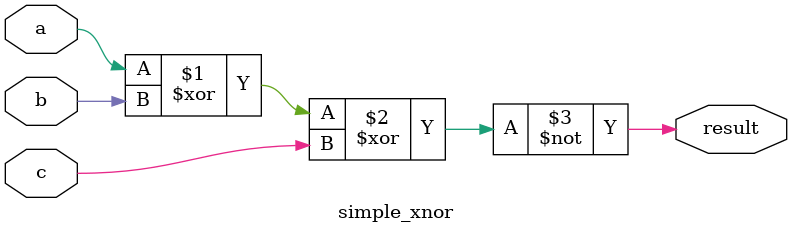
<source format=v>
`timescale 1ns / 1ps
module simple_xnor(a,b,c,result);
    input a,b,c;
    output result;
    xnor(result, a,b,c);
endmodule

</source>
